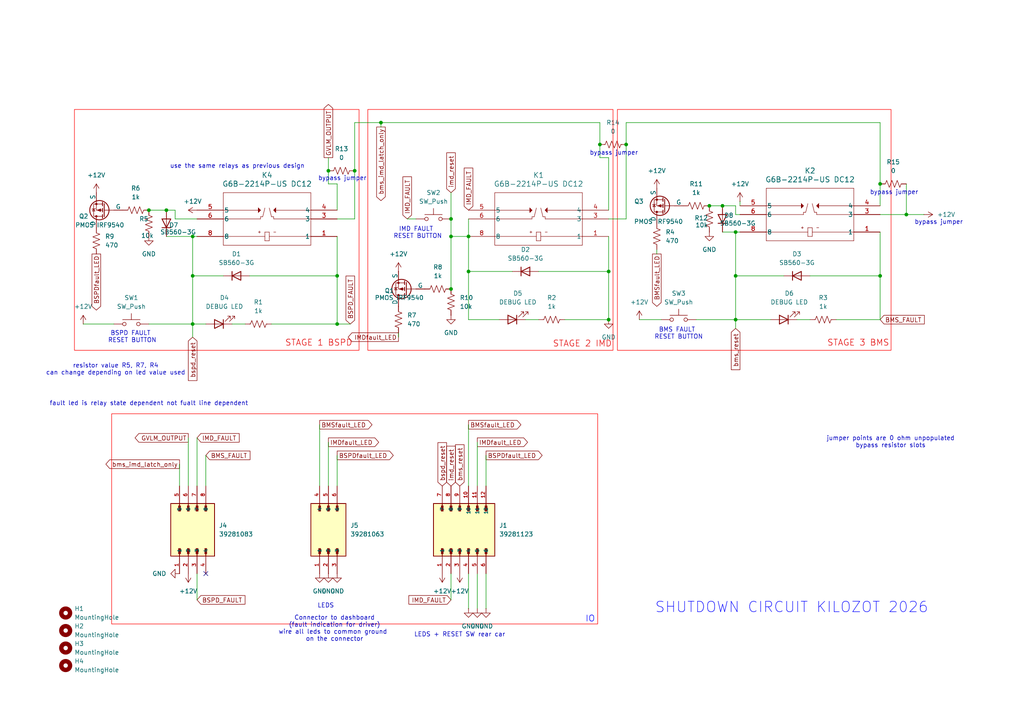
<source format=kicad_sch>
(kicad_sch (version 20250114) (generator "eeschema") (generator_version "9.0")
  (paper "A4")
  (lib_symbols
    (symbol "39281063:39281063" (pin_names (offset 1.016))
      (property "Reference" "J" (at -7.62 6.35 0))
      (property "Value" "39281063" (at -7.62 -7.62 0))
      (symbol "39281063_0_0"
        (polyline (pts (xy -7.62 2.54) (xy -5.715 2.54)) (stroke (width 0.254)))
        (polyline (pts (xy -7.62 0) (xy -5.715 0)) (stroke (width 0.254)))
        (polyline (pts (xy -7.62 -2.54) (xy -5.715 -2.54)) (stroke (width 0.254)))
        (rectangle (start -7.62 -5.08) (end 7.62 5.08) (stroke (width 0.254)) (fill (type background)))
        (rectangle (start -6.985 2.2225) (end -5.3975 2.8575) (stroke (width 0.1)) (fill (type outline)))
        (rectangle (start -6.985 -0.3175) (end -5.3975 0.3175) (stroke (width 0.1)) (fill (type outline)))
        (rectangle (start -6.985 -2.8575) (end -5.3975 -2.2225) (stroke (width 0.1)) (fill (type outline)))
        (rectangle (start 5.3975 2.2225) (end 6.985 2.8575) (stroke (width 0.1)) (fill (type outline)))
        (rectangle (start 5.3975 -0.3175) (end 6.985 0.3175) (stroke (width 0.1)) (fill (type outline)))
        (rectangle (start 5.3975 -2.8575) (end 6.985 -2.2225) (stroke (width 0.1)) (fill (type outline)))
        (polyline (pts (xy 7.62 2.54) (xy 5.715 2.54)) (stroke (width 0.254)))
        (polyline (pts (xy 7.62 0) (xy 5.715 0)) (stroke (width 0.254)))
        (polyline (pts (xy 7.62 -2.54) (xy 5.715 -2.54)) (stroke (width 0.254)))
        (pin passive line (at -12.7 2.54 0) (length 5.08) (name "1") (number "1"))
        (pin passive line (at -12.7 0 0) (length 5.08) (name "2") (number "2"))
        (pin passive line (at -12.7 -2.54 0) (length 5.08) (name "3") (number "3"))
        (pin passive line (at 12.7 2.54 180) (length 5.08) (name "4") (number "4"))
        (pin passive line (at 12.7 0 180) (length 5.08) (name "5") (number "5"))
        (pin passive line (at 12.7 -2.54 180) (length 5.08) (name "6") (number "6"))
      )
    )
    (symbol "39281083:39281083" (pin_names (offset 1.016))
      (property "Reference" "J" (at -7.62 6.35 0))
      (property "Value" "39281083" (at -7.62 -10.16 0))
      (symbol "39281083_0_0"
        (polyline (pts (xy -7.62 2.54) (xy -5.715 2.54)) (stroke (width 0.254)))
        (polyline (pts (xy -7.62 0) (xy -5.715 0)) (stroke (width 0.254)))
        (polyline (pts (xy -7.62 -2.54) (xy -5.715 -2.54)) (stroke (width 0.254)))
        (polyline (pts (xy -7.62 -5.08) (xy -5.715 -5.08)) (stroke (width 0.254)))
        (rectangle (start -7.62 -7.62) (end 7.62 5.08) (stroke (width 0.254)) (fill (type background)))
        (rectangle (start -6.985 2.2225) (end -5.3975 2.8575) (stroke (width 0.1)) (fill (type outline)))
        (rectangle (start -6.985 -0.3175) (end -5.3975 0.3175) (stroke (width 0.1)) (fill (type outline)))
        (rectangle (start -6.985 -2.8575) (end -5.3975 -2.2225) (stroke (width 0.1)) (fill (type outline)))
        (rectangle (start -6.985 -5.3975) (end -5.3975 -4.7625) (stroke (width 0.1)) (fill (type outline)))
        (rectangle (start 5.3975 2.2225) (end 6.985 2.8575) (stroke (width 0.1)) (fill (type outline)))
        (rectangle (start 5.3975 -0.3175) (end 6.985 0.3175) (stroke (width 0.1)) (fill (type outline)))
        (rectangle (start 5.3975 -2.8575) (end 6.985 -2.2225) (stroke (width 0.1)) (fill (type outline)))
        (rectangle (start 5.3975 -5.3975) (end 6.985 -4.7625) (stroke (width 0.1)) (fill (type outline)))
        (polyline (pts (xy 7.62 2.54) (xy 5.715 2.54)) (stroke (width 0.254)))
        (polyline (pts (xy 7.62 0) (xy 5.715 0)) (stroke (width 0.254)))
        (polyline (pts (xy 7.62 -2.54) (xy 5.715 -2.54)) (stroke (width 0.254)))
        (polyline (pts (xy 7.62 -5.08) (xy 5.715 -5.08)) (stroke (width 0.254)))
        (pin passive line (at -12.7 2.54 0) (length 5.08) (name "1") (number "1"))
        (pin passive line (at -12.7 0 0) (length 5.08) (name "2") (number "2"))
        (pin passive line (at -12.7 -2.54 0) (length 5.08) (name "3") (number "3"))
        (pin passive line (at -12.7 -5.08 0) (length 5.08) (name "4") (number "4"))
        (pin passive line (at 12.7 2.54 180) (length 5.08) (name "5") (number "5"))
        (pin passive line (at 12.7 0 180) (length 5.08) (name "6") (number "6"))
        (pin passive line (at 12.7 -2.54 180) (length 5.08) (name "7") (number "7"))
        (pin passive line (at 12.7 -5.08 180) (length 5.08) (name "8") (number "8"))
      )
    )
    (symbol "39281123:39281123" (pin_names (offset 1.016))
      (property "Reference" "J" (at -7.62 8.89 0))
      (property "Value" "39281123" (at -7.62 -12.7 0))
      (symbol "39281123_0_0"
        (polyline (pts (xy -7.62 5.08) (xy -5.715 5.08)) (stroke (width 0.254)))
        (polyline (pts (xy -7.62 2.54) (xy -5.715 2.54)) (stroke (width 0.254)))
        (polyline (pts (xy -7.62 0) (xy -5.715 0)) (stroke (width 0.254)))
        (polyline (pts (xy -7.62 -2.54) (xy -5.715 -2.54)) (stroke (width 0.254)))
        (polyline (pts (xy -7.62 -5.08) (xy -5.715 -5.08)) (stroke (width 0.254)))
        (polyline (pts (xy -7.62 -7.62) (xy -5.715 -7.62)) (stroke (width 0.254)))
        (rectangle (start -7.62 -10.16) (end 7.62 7.62) (stroke (width 0.254)) (fill (type background)))
        (rectangle (start -6.985 4.7625) (end -5.3975 5.3975) (stroke (width 0.1)) (fill (type outline)))
        (rectangle (start -6.985 2.2225) (end -5.3975 2.8575) (stroke (width 0.1)) (fill (type outline)))
        (rectangle (start -6.985 -0.3175) (end -5.3975 0.3175) (stroke (width 0.1)) (fill (type outline)))
        (rectangle (start -6.985 -2.8575) (end -5.3975 -2.2225) (stroke (width 0.1)) (fill (type outline)))
        (rectangle (start -6.985 -5.3975) (end -5.3975 -4.7625) (stroke (width 0.1)) (fill (type outline)))
        (rectangle (start -6.985 -7.9375) (end -5.3975 -7.3025) (stroke (width 0.1)) (fill (type outline)))
        (rectangle (start 5.3975 4.7625) (end 6.985 5.3975) (stroke (width 0.1)) (fill (type outline)))
        (rectangle (start 5.3975 2.2225) (end 6.985 2.8575) (stroke (width 0.1)) (fill (type outline)))
        (rectangle (start 5.3975 -0.3175) (end 6.985 0.3175) (stroke (width 0.1)) (fill (type outline)))
        (rectangle (start 5.3975 -2.8575) (end 6.985 -2.2225) (stroke (width 0.1)) (fill (type outline)))
        (rectangle (start 5.3975 -5.3975) (end 6.985 -4.7625) (stroke (width 0.1)) (fill (type outline)))
        (rectangle (start 5.3975 -7.9375) (end 6.985 -7.3025) (stroke (width 0.1)) (fill (type outline)))
        (polyline (pts (xy 7.62 5.08) (xy 5.715 5.08)) (stroke (width 0.254)))
        (polyline (pts (xy 7.62 2.54) (xy 5.715 2.54)) (stroke (width 0.254)))
        (polyline (pts (xy 7.62 0) (xy 5.715 0)) (stroke (width 0.254)))
        (polyline (pts (xy 7.62 -2.54) (xy 5.715 -2.54)) (stroke (width 0.254)))
        (polyline (pts (xy 7.62 -5.08) (xy 5.715 -5.08)) (stroke (width 0.254)))
        (polyline (pts (xy 7.62 -7.62) (xy 5.715 -7.62)) (stroke (width 0.254)))
        (pin passive line (at -12.7 5.08 0) (length 5.08) (name "1") (number "1"))
        (pin passive line (at -12.7 2.54 0) (length 5.08) (name "2") (number "2"))
        (pin passive line (at -12.7 0 0) (length 5.08) (name "3") (number "3"))
        (pin passive line (at -12.7 -2.54 0) (length 5.08) (name "4") (number "4"))
        (pin passive line (at -12.7 -5.08 0) (length 5.08) (name "5") (number "5"))
        (pin passive line (at -12.7 -7.62 0) (length 5.08) (name "6") (number "6"))
        (pin passive line (at 12.7 5.08 180) (length 5.08) (name "7") (number "7"))
        (pin passive line (at 12.7 2.54 180) (length 5.08) (name "8") (number "8"))
        (pin passive line (at 12.7 0 180) (length 5.08) (name "9") (number "9"))
        (pin passive line (at 12.7 -2.54 180) (length 5.08) (name "10") (number "10"))
        (pin passive line (at 12.7 -5.08 180) (length 5.08) (name "11") (number "11"))
        (pin passive line (at 12.7 -7.62 180) (length 5.08) (name "12") (number "12"))
      )
    )
    (symbol "Device:LED" (pin_numbers (hide yes)) (pin_names (offset 1.016) (hide yes))
      (property "Reference" "D" (at 0 2.54 0))
      (property "Value" "LED" (at 0 -2.54 0))
      (symbol "LED_0_1"
        (polyline (pts (xy -3.048 -0.762) (xy -4.572 -2.286) (xy -3.81 -2.286) (xy -4.572 -2.286) (xy -4.572 -1.524)))
        (polyline (pts (xy -1.778 -0.762) (xy -3.302 -2.286) (xy -2.54 -2.286) (xy -3.302 -2.286) (xy -3.302 -1.524)))
        (polyline (pts (xy -1.27 0) (xy 1.27 0)))
        (polyline (pts (xy -1.27 -1.27) (xy -1.27 1.27)) (stroke (width 0.254)))
        (polyline (pts (xy 1.27 -1.27) (xy 1.27 1.27) (xy -1.27 0) (xy 1.27 -1.27)) (stroke (width 0.254)))
      )
      (symbol "LED_1_1"
        (pin passive line (at -3.81 0 0) (length 2.54) (name "K") (number "1"))
        (pin passive line (at 3.81 0 180) (length 2.54) (name "A") (number "2"))
      )
    )
    (symbol "Device:R_US" (pin_numbers (hide yes)) (pin_names (offset 0))
      (property "Reference" "R" (at 2.54 0 90))
      (property "Value" "R_US" (at -2.54 0 90))
      (symbol "R_US_0_1"
        (polyline (pts (xy 0 2.286) (xy 0 2.54)))
        (polyline (pts (xy 0 2.286) (xy 1.016 1.905) (xy 0 1.524) (xy -1.016 1.143) (xy 0 0.762)))
        (polyline (pts (xy 0 0.762) (xy 1.016 0.381) (xy 0 0) (xy -1.016 -0.381) (xy 0 -0.762)))
        (polyline (pts (xy 0 -0.762) (xy 1.016 -1.143) (xy 0 -1.524) (xy -1.016 -1.905) (xy 0 -2.286)))
        (polyline (pts (xy 0 -2.286) (xy 0 -2.54)))
      )
      (symbol "R_US_1_1"
        (pin passive line (at 0 3.81 270) (length 1.27) (name "~") (number "1"))
        (pin passive line (at 0 -3.81 90) (length 1.27) (name "~") (number "2"))
      )
    )
    (symbol "Diode:1N4148WT" (pin_numbers (hide yes)) (pin_names (hide yes))
      (property "Reference" "D" (at 0 2.54 0))
      (property "Value" "1N4148WT" (at 0 -2.54 0))
      (symbol "1N4148WT_0_1"
        (polyline (pts (xy -1.27 1.27) (xy -1.27 -1.27)) (stroke (width 0.254)))
        (polyline (pts (xy 1.27 1.27) (xy 1.27 -1.27) (xy -1.27 0) (xy 1.27 1.27)) (stroke (width 0.254)))
        (polyline (pts (xy 1.27 0) (xy -1.27 0)))
      )
      (symbol "1N4148WT_1_1"
        (pin passive line (at -3.81 0 0) (length 2.54) (name "K") (number "1"))
        (pin passive line (at 3.81 0 180) (length 2.54) (name "A") (number "2"))
      )
    )
    (symbol "Mechanical:MountingHole" (pin_names (offset 1.016)) (in_bom no)
      (property "Reference" "H" (at 0 5.08 0))
      (property "Value" "MountingHole" (at 0 3.175 0))
      (symbol "MountingHole_0_1"
        (circle (center 0 0) (radius 1.27) (stroke (width 1.27)))
      )
    )
    (symbol "PMOS_1" (pin_numbers (hide yes)) (pin_names (offset 0))
      (property "Reference" "Q1" (at 6.35 -1.2701 0))
      (property "Value" "PMOS" (at 6.35 1.2699 0))
      (symbol "PMOS_1_0_1"
        (polyline (pts (xy 0.254 1.905) (xy 0.254 -1.905)) (stroke (width 0.254)))
        (polyline (pts (xy 0.254 0) (xy -2.54 0)))
        (polyline (pts (xy 0.762 2.286) (xy 0.762 1.27)) (stroke (width 0.254)))
        (polyline (pts (xy 0.762 1.778) (xy 3.302 1.778) (xy 3.302 -1.778) (xy 0.762 -1.778)))
        (polyline (pts (xy 0.762 0.508) (xy 0.762 -0.508)) (stroke (width 0.254)))
        (polyline (pts (xy 0.762 -1.27) (xy 0.762 -2.286)) (stroke (width 0.254)))
        (circle (center 1.651 0) (radius 2.794) (stroke (width 0.254)))
        (polyline (pts (xy 2.286 0) (xy 1.27 0.381) (xy 1.27 -0.381) (xy 2.286 0)) (fill (type outline)))
        (polyline (pts (xy 2.54 2.54) (xy 2.54 1.778)))
        (circle (center 2.54 1.778) (radius 0.254) (fill (type outline)))
        (circle (center 2.54 -1.778) (radius 0.254) (fill (type outline)))
        (polyline (pts (xy 2.54 -2.54) (xy 2.54 0) (xy 0.762 0)))
        (polyline (pts (xy 2.794 -0.508) (xy 2.921 -0.381) (xy 3.683 -0.381) (xy 3.81 -0.254)))
        (polyline (pts (xy 3.302 -0.381) (xy 2.921 0.254) (xy 3.683 0.254) (xy 3.302 -0.381)))
      )
      (symbol "PMOS_1_1_1"
        (pin input line (at -5.08 0 0) (length 2.54) (name "G") (number "1"))
        (pin passive line (at 2.54 5.08 270) (length 2.54) (name "D") (number "2"))
        (pin passive line (at 2.54 -5.08 90) (length 2.54) (name "S") (number "3"))
      )
    )
    (symbol "PMOS_2" (pin_numbers (hide yes)) (pin_names (offset 0))
      (property "Reference" "Q3" (at 6.35 -1.2701 0))
      (property "Value" "PMOS" (at 6.35 1.2699 0))
      (symbol "PMOS_2_0_1"
        (polyline (pts (xy 0.254 1.905) (xy 0.254 -1.905)) (stroke (width 0.254)))
        (polyline (pts (xy 0.254 0) (xy -2.54 0)))
        (polyline (pts (xy 0.762 2.286) (xy 0.762 1.27)) (stroke (width 0.254)))
        (polyline (pts (xy 0.762 1.778) (xy 3.302 1.778) (xy 3.302 -1.778) (xy 0.762 -1.778)))
        (polyline (pts (xy 0.762 0.508) (xy 0.762 -0.508)) (stroke (width 0.254)))
        (polyline (pts (xy 0.762 -1.27) (xy 0.762 -2.286)) (stroke (width 0.254)))
        (circle (center 1.651 0) (radius 2.794) (stroke (width 0.254)))
        (polyline (pts (xy 2.286 0) (xy 1.27 0.381) (xy 1.27 -0.381) (xy 2.286 0)) (fill (type outline)))
        (polyline (pts (xy 2.54 2.54) (xy 2.54 1.778)))
        (circle (center 2.54 1.778) (radius 0.254) (fill (type outline)))
        (circle (center 2.54 -1.778) (radius 0.254) (fill (type outline)))
        (polyline (pts (xy 2.54 -2.54) (xy 2.54 0) (xy 0.762 0)))
        (polyline (pts (xy 2.794 -0.508) (xy 2.921 -0.381) (xy 3.683 -0.381) (xy 3.81 -0.254)))
        (polyline (pts (xy 3.302 -0.381) (xy 2.921 0.254) (xy 3.683 0.254) (xy 3.302 -0.381)))
      )
      (symbol "PMOS_2_1_1"
        (pin input line (at -5.08 0 0) (length 2.54) (name "G") (number "1"))
        (pin passive line (at 2.54 5.08 270) (length 2.54) (name "D") (number "2"))
        (pin passive line (at 2.54 -5.08 90) (length 2.54) (name "S") (number "3"))
      )
    )
    (symbol "Switch:SW_Push" (pin_numbers (hide yes)) (pin_names (offset 1.016) (hide yes))
      (property "Reference" "SW" (at 1.27 2.54 0))
      (property "Value" "SW_Push" (at 0 -1.524 0))
      (symbol "SW_Push_0_1"
        (circle (center -2.032 0) (radius 0.508))
        (polyline (pts (xy 0 1.27) (xy 0 3.048)))
        (circle (center 2.032 0) (radius 0.508))
        (polyline (pts (xy 2.54 1.27) (xy -2.54 1.27)))
        (pin passive line (at -5.08 0 0) (length 2.54) (name "1") (number "1"))
        (pin passive line (at 5.08 0 180) (length 2.54) (name "2") (number "2"))
      )
    )
    (symbol "power:+12V" (power) (pin_numbers (hide yes)) (pin_names (offset 0) (hide yes))
      (property "Value" "+12V" (at 0 3.556 0))
      (symbol "+12V_0_1"
        (polyline (pts (xy -0.762 1.27) (xy 0 2.54)))
        (polyline (pts (xy 0 2.54) (xy 0.762 1.27)))
        (polyline (pts (xy 0 0) (xy 0 2.54)))
      )
      (symbol "+12V_1_1"
        (pin power_in line (at 0 0 90) (length 0) (name "~") (number "1"))
      )
    )
    (symbol "power:GND" (power) (pin_numbers (hide yes)) (pin_names (offset 0) (hide yes))
      (property "Value" "GND" (at 0 -3.81 0))
      (symbol "GND_0_1"
        (polyline (pts (xy 0 0) (xy 0 -1.27) (xy 1.27 -1.27) (xy 0 -2.54) (xy -1.27 -1.27) (xy 0 -1.27)))
      )
      (symbol "GND_1_1"
        (pin power_in line (at 0 0 270) (length 0) (name "~") (number "1"))
      )
    )
    (symbol "relay g6b:G6B-2214P-US_DC12" (pin_names (offset 0.254))
      (property "Reference" "K" (at 20.32 7.62 0))
      (property "Value" "G6B-2214P-US DC12" (at 20.32 5.08 0))
      (symbol "G6B-2214P-US_DC12_0_1"
        (polyline (pts (xy 7.62 2.54) (xy 7.62 -12.7)) (stroke (width 0.127)))
        (polyline (pts (xy 7.62 0) (xy 19.685 0)) (stroke (width 0.127)))
        (polyline (pts (xy 7.62 -7.62) (xy 17.78 -7.62)) (stroke (width 0.127)))
        (polyline (pts (xy 7.62 -12.7) (xy 33.02 -12.7)) (stroke (width 0.127)))
        (polyline (pts (xy 17.78 -1.27) (xy 18.415 -1.27)) (stroke (width 0.127)))
        (polyline (pts (xy 17.78 -6.985) (xy 17.78 -8.255)) (stroke (width 0.127)))
        (polyline (pts (xy 17.78 -6.985) (xy 18.415 -7.62) (xy 17.78 -8.255)) (fill (type outline)))
        (polyline (pts (xy 17.78 -8.255) (xy 18.415 -7.62)) (stroke (width 0.127)))
        (polyline (pts (xy 18.415 -5.08) (xy 7.62 -5.08)) (stroke (width 0.127)))
        (polyline (pts (xy 18.415 -5.715) (xy 18.415 -5.08)) (stroke (width 0.127)))
        (polyline (pts (xy 18.415 -5.715) (xy 19.05 -5.715)) (stroke (width 0.127)))
        (polyline (pts (xy 18.415 -7.62) (xy 17.78 -6.985)) (stroke (width 0.127)))
        (polyline (pts (xy 19.685 1.27) (xy 19.685 -1.27)) (stroke (width 0.127)))
        (polyline (pts (xy 19.685 1.27) (xy 20.955 1.27)) (stroke (width 0.127)))
        (polyline (pts (xy 19.685 -1.27) (xy 20.955 -1.27)) (stroke (width 0.127)))
        (polyline (pts (xy 19.685 -8.255) (xy 19.05 -5.715)) (stroke (width 0.127)))
        (polyline (pts (xy 20.955 1.27) (xy 20.955 -1.27)) (stroke (width 0.127)))
        (polyline (pts (xy 20.955 0) (xy 33.02 0)) (stroke (width 0.127)))
        (polyline (pts (xy 20.955 -8.255) (xy 21.59 -5.715)) (stroke (width 0.127)))
        (polyline (pts (xy 21.59 -5.715) (xy 22.225 -5.715)) (stroke (width 0.127)))
        (polyline (pts (xy 22.225 -1.27) (xy 22.86 -1.27)) (stroke (width 0.127)))
        (polyline (pts (xy 22.225 -5.08) (xy 33.02 -5.08)) (stroke (width 0.127)))
        (polyline (pts (xy 22.225 -5.715) (xy 22.225 -5.08)) (stroke (width 0.127)))
        (polyline (pts (xy 22.225 -7.62) (xy 22.86 -6.985)) (stroke (width 0.127)))
        (polyline (pts (xy 22.225 -7.62) (xy 22.86 -8.255)) (stroke (width 0.127)))
        (polyline (pts (xy 22.5425 -1.5875) (xy 22.5425 -0.9525)) (stroke (width 0.127)))
        (polyline (pts (xy 22.86 -6.985) (xy 22.86 -8.255)) (stroke (width 0.127)))
        (polyline (pts (xy 22.86 -7.62) (xy 33.02 -7.62)) (stroke (width 0.127)))
        (polyline (pts (xy 22.86 -8.255) (xy 22.86 -6.985) (xy 22.225 -7.62)) (fill (type outline)))
        (polyline (pts (xy 33.02 2.54) (xy 7.62 2.54)) (stroke (width 0.127)))
        (polyline (pts (xy 33.02 -12.7) (xy 33.02 2.54)) (stroke (width 0.127)))
        (pin unspecified line (at 0 0 0) (length 7.62) (name "1") (number "1"))
        (pin unspecified line (at 0 -5.08 0) (length 7.62) (name "3") (number "3"))
        (pin unspecified line (at 0 -7.62 0) (length 7.62) (name "4") (number "4"))
        (pin unspecified line (at 40.64 0 180) (length 7.62) (name "8") (number "8"))
        (pin unspecified line (at 40.64 -5.08 180) (length 7.62) (name "6") (number "6"))
        (pin unspecified line (at 40.64 -7.62 180) (length 7.62) (name "5") (number "5"))
      )
    )
  )
  (text "Connector to dashboard\n(fault indication for driver)\nwire all leds to common ground \non the connector" (at 97.028 182.372 0) (effects (font (size 1.27 1.27))))
  (text "BSPD FAULT \nRESET BUTTON" (at 38.354 97.79 0) (effects (font (size 1.27 1.27))))
  (text "bypass jumper" (at 99.314 51.816 0) (effects (font (size 1.27 1.27))))
  (text "fault led is relay state dependent not fualt line dependent" (at 43.18 117.094 0) (effects (font (size 1.27 1.27))))
  (text "STAGE 1 BSPD" (at 92.456 99.568 0) (effects (font (size 1.778 1.778))))
  (text "jumper points are 0 ohm unpopulated\nbypass resistor slots" (at 258.318 128.27 0) (effects (font (size 1.27 1.27))))
  (text "IO" (at 171.196 179.578 0) (effects (font (size 1.778 1.778))))
  (text "resistor value R5, R7, R4 \ncan change depending on led value used " (at 34.036 107.188 0) (effects (font (size 1.27 1.27))))
  (text "bypass jumper" (at 272.288 64.516 0) (effects (font (size 1.27 1.27))))
  (text "SHUTDOWN CIRCUIT KILOZOT 2026" (at 229.616 176.276 0) (effects (font (size 3.048 3.048))))
  (text "use the same relays as previous design" (at 68.834 48.26 0) (effects (font (size 1.27 1.27))))
  (text "bypass jumper" (at 178.054 44.45 0) (effects (font (size 1.27 1.27))))
  (text "IMD FAULT \nRESET BUTTON" (at 121.158 67.564 0) (effects (font (size 1.27 1.27))))
  (text "bypass jumper" (at 259.334 55.88 0) (effects (font (size 1.27 1.27))))
  (text "LEDS" (at 94.488 175.768 0) (effects (font (size 1.27 1.27))))
  (text "STAGE 3 BMS" (at 248.92 99.568 0) (effects (font (size 1.778 1.778))))
  (text "STAGE 2 IMD" (at 168.91 99.822 0) (effects (font (size 1.778 1.778))))
  (text "LEDS + RESET SW rear car" (at 133.35 184.15 0) (effects (font (size 1.27 1.27))))
  (text "BMS FAULT \nRESET BUTTON" (at 196.85 96.774 0) (effects (font (size 1.27 1.27))))
  (junction (at 173.99 41.91))
  (junction (at 213.36 67.31))
  (junction (at 130.81 68.58))
  (junction (at 255.27 53.34))
  (junction (at 262.89 62.23))
  (junction (at 55.88 93.98))
  (junction (at 135.89 78.74))
  (junction (at 97.79 80.01))
  (junction (at 130.81 63.5))
  (junction (at 55.88 80.01))
  (junction (at 181.61 41.91))
  (junction (at 209.55 59.69))
  (junction (at 55.88 68.58))
  (junction (at 97.79 93.98))
  (junction (at 176.53 78.74))
  (junction (at 130.81 83.82))
  (junction (at 176.53 92.71))
  (junction (at 213.36 80.01))
  (junction (at 102.87 49.53))
  (junction (at 135.89 68.58))
  (junction (at 95.25 49.53))
  (junction (at 48.26 60.96))
  (junction (at 255.27 80.01))
  (junction (at 110.49 35.56))
  (junction (at 43.18 60.96))
  (junction (at 205.74 59.69))
  (junction (at 213.36 92.71))
  (no_connect (at 59.69 166.37))
  (wire (pts (xy 255.27 92.71) (xy 242.57 92.71)))
  (wire (pts (xy 55.88 68.58) (xy 57.15 68.58)))
  (wire (pts (xy 54.61 127) (xy 54.61 140.97)))
  (wire (pts (xy 255.27 35.56) (xy 255.27 53.34)))
  (wire (pts (xy 135.89 78.74) (xy 148.59 78.74)))
  (wire (pts (xy 213.36 95.25) (xy 213.36 92.71)))
  (wire (pts (xy 135.89 78.74) (xy 135.89 92.71)))
  (wire (pts (xy 57.15 127) (xy 57.15 140.97)))
  (wire (pts (xy 130.81 68.58) (xy 135.89 68.58)))
  (wire (pts (xy 181.61 41.91) (xy 181.61 63.5)))
  (wire (pts (xy 140.97 176.53) (xy 140.97 166.37)))
  (wire (pts (xy 214.63 62.23) (xy 213.36 62.23)))
  (wire (pts (xy 214.63 59.69) (xy 214.63 58.42)))
  (wire (pts (xy 152.4 92.71) (xy 156.21 92.71)))
  (wire (pts (xy 205.74 59.69) (xy 209.55 59.69)))
  (wire (pts (xy 92.71 123.19) (xy 92.71 140.97)))
  (wire (pts (xy 176.53 45.72) (xy 176.53 60.96)))
  (wire (pts (xy 173.99 41.91) (xy 173.99 45.72)))
  (wire (pts (xy 138.43 128.27) (xy 138.43 140.97)))
  (wire (pts (xy 213.36 62.23) (xy 213.36 59.69)))
  (wire (pts (xy 255.27 80.01) (xy 255.27 92.71)))
  (wire (pts (xy 140.97 132.08) (xy 140.97 140.97)))
  (wire (pts (xy 176.53 78.74) (xy 176.53 92.71)))
  (wire (pts (xy 110.49 35.56) (xy 173.99 35.56)))
  (wire (pts (xy 138.43 176.53) (xy 138.43 166.37)))
  (wire (pts (xy 43.18 93.98) (xy 55.88 93.98)))
  (wire (pts (xy 43.18 60.96) (xy 48.26 60.96)))
  (wire (pts (xy 78.74 93.98) (xy 97.79 93.98)))
  (wire (pts (xy 110.49 36.83) (xy 110.49 35.56)))
  (wire (pts (xy 52.07 134.62) (xy 52.07 140.97)))
  (wire (pts (xy 262.89 62.23) (xy 255.27 62.23)))
  (wire (pts (xy 255.27 67.31) (xy 255.27 80.01)))
  (wire (pts (xy 130.81 68.58) (xy 130.81 83.82)))
  (wire (pts (xy 102.87 35.56) (xy 110.49 35.56)))
  (wire (pts (xy 173.99 35.56) (xy 173.99 41.91)))
  (wire (pts (xy 213.36 80.01) (xy 227.33 80.01)))
  (wire (pts (xy 97.79 80.01) (xy 97.79 93.98)))
  (wire (pts (xy 135.89 176.53) (xy 135.89 166.37)))
  (wire (pts (xy 97.79 68.58) (xy 97.79 80.01)))
  (wire (pts (xy 214.63 67.31) (xy 213.36 67.31)))
  (wire (pts (xy 209.55 67.31) (xy 213.36 67.31)))
  (wire (pts (xy 97.79 63.5) (xy 102.87 63.5)))
  (wire (pts (xy 59.69 132.08) (xy 59.69 140.97)))
  (wire (pts (xy 156.21 78.74) (xy 176.53 78.74)))
  (wire (pts (xy 95.25 128.27) (xy 95.25 140.97)))
  (wire (pts (xy 135.89 68.58) (xy 135.89 78.74)))
  (wire (pts (xy 190.5 73.66) (xy 190.5 72.39)))
  (wire (pts (xy 97.79 132.08) (xy 97.79 140.97)))
  (wire (pts (xy 55.88 80.01) (xy 55.88 93.98)))
  (wire (pts (xy 130.81 55.88) (xy 130.81 63.5)))
  (wire (pts (xy 213.36 92.71) (xy 223.52 92.71)))
  (wire (pts (xy 201.93 92.71) (xy 213.36 92.71)))
  (wire (pts (xy 185.42 92.71) (xy 191.77 92.71)))
  (wire (pts (xy 97.79 53.34) (xy 97.79 60.96)))
  (wire (pts (xy 135.89 123.19) (xy 135.89 140.97)))
  (wire (pts (xy 55.88 93.98) (xy 55.88 97.79)))
  (wire (pts (xy 24.13 93.98) (xy 33.02 93.98)))
  (wire (pts (xy 118.11 63.5) (xy 120.65 63.5)))
  (wire (pts (xy 209.55 59.69) (xy 213.36 59.69)))
  (wire (pts (xy 130.81 63.5) (xy 130.81 68.58)))
  (wire (pts (xy 102.87 49.53) (xy 102.87 63.5)))
  (wire (pts (xy 181.61 35.56) (xy 181.61 41.91)))
  (wire (pts (xy 262.89 53.34) (xy 262.89 62.23)))
  (wire (pts (xy 72.39 80.01) (xy 97.79 80.01)))
  (wire (pts (xy 67.31 93.98) (xy 71.12 93.98)))
  (wire (pts (xy 97.79 93.98) (xy 101.6 93.98)))
  (wire (pts (xy 135.89 63.5) (xy 135.89 68.58)))
  (wire (pts (xy 234.95 80.01) (xy 255.27 80.01)))
  (wire (pts (xy 231.14 92.71) (xy 234.95 92.71)))
  (wire (pts (xy 95.25 53.34) (xy 97.79 53.34)))
  (wire (pts (xy 95.25 45.72) (xy 95.25 49.53)))
  (wire (pts (xy 115.57 97.79) (xy 115.57 96.52)))
  (wire (pts (xy 55.88 80.01) (xy 64.77 80.01)))
  (wire (pts (xy 213.36 92.71) (xy 213.36 80.01)))
  (wire (pts (xy 55.88 93.98) (xy 59.69 93.98)))
  (wire (pts (xy 102.87 35.56) (xy 102.87 49.53)))
  (wire (pts (xy 130.81 173.99) (xy 130.81 166.37)))
  (wire (pts (xy 50.8 63.5) (xy 50.8 60.96)))
  (wire (pts (xy 181.61 35.56) (xy 255.27 35.56)))
  (wire (pts (xy 48.26 68.58) (xy 55.88 68.58)))
  (wire (pts (xy 50.8 63.5) (xy 57.15 63.5)))
  (wire (pts (xy 176.53 68.58) (xy 176.53 78.74)))
  (wire (pts (xy 213.36 80.01) (xy 213.36 67.31)))
  (wire (pts (xy 267.97 62.23) (xy 262.89 62.23)))
  (wire (pts (xy 57.15 173.99) (xy 57.15 166.37)))
  (wire (pts (xy 255.27 53.34) (xy 255.27 59.69)))
  (wire (pts (xy 95.25 49.53) (xy 95.25 53.34)))
  (wire (pts (xy 135.89 92.71) (xy 144.78 92.71)))
  (wire (pts (xy 55.88 68.58) (xy 55.88 80.01)))
  (wire (pts (xy 176.53 45.72) (xy 173.99 45.72)))
  (wire (pts (xy 48.26 60.96) (xy 50.8 60.96)))
  (wire (pts (xy 163.83 92.71) (xy 176.53 92.71)))
  (wire (pts (xy 181.61 63.5) (xy 176.53 63.5)))
  (global_label "IMD_FAULT" (shape input) (at 135.89 60.96 90) (property "Intersheetrefs" "${INTERSHEET_REFS}" (effects (hide yes))))
  (global_label "BMS_FAULT" (shape input) (at 255.27 92.71 0) (property "Intersheetrefs" "${INTERSHEET_REFS}" (effects (hide yes))))
  (global_label "imd_reset" (shape input) (at 130.81 55.88 90) (property "Intersheetrefs" "${INTERSHEET_REFS}" (effects (hide yes))))
  (global_label "BSPDfault_LED" (shape output) (at 140.97 132.08 0) (property "Intersheetrefs" "${INTERSHEET_REFS}" (effects (hide yes))))
  (global_label "bspd_reset" (shape input) (at 128.27 140.97 90) (property "Intersheetrefs" "${INTERSHEET_REFS}" (effects (hide yes))))
  (global_label "bms_reset" (shape input) (at 213.36 95.25 270) (property "Intersheetrefs" "${INTERSHEET_REFS}" (effects (hide yes))))
  (global_label "IMDfault_LED" (shape output) (at 115.57 97.79 180) (property "Intersheetrefs" "${INTERSHEET_REFS}" (effects (hide yes))))
  (global_label "IMDfault_LED" (shape output) (at 95.25 128.27 0) (property "Intersheetrefs" "${INTERSHEET_REFS}" (effects (hide yes))))
  (global_label "GVLM_OUTPUT" (shape output) (at 54.61 127 180) (property "Intersheetrefs" "${INTERSHEET_REFS}" (effects (hide yes))))
  (global_label "bms_imd_latch_only" (shape output) (at 110.49 36.83 270) (property "Intersheetrefs" "${INTERSHEET_REFS}" (effects (hide yes))))
  (global_label "BSPD_FAULT" (shape input) (at 57.15 173.99 0) (property "Intersheetrefs" "${INTERSHEET_REFS}" (effects (hide yes))))
  (global_label "BSPD_FAULT" (shape input) (at 101.6 93.98 90) (property "Intersheetrefs" "${INTERSHEET_REFS}" (effects (hide yes))))
  (global_label "IMD_FAULT" (shape input) (at 118.11 63.5 90) (property "Intersheetrefs" "${INTERSHEET_REFS}" (effects (hide yes))))
  (global_label "bspd_reset" (shape input) (at 55.88 97.79 270) (property "Intersheetrefs" "${INTERSHEET_REFS}" (effects (hide yes))))
  (global_label "BSPDfault_LED" (shape output) (at 97.79 132.08 0) (property "Intersheetrefs" "${INTERSHEET_REFS}" (effects (hide yes))))
  (global_label "GVLM_OUTPUT" (shape output) (at 95.25 45.72 90) (property "Intersheetrefs" "${INTERSHEET_REFS}" (effects (hide yes))))
  (global_label "BMS_FAULT" (shape input) (at 59.69 132.08 0) (property "Intersheetrefs" "${INTERSHEET_REFS}" (effects (hide yes))))
  (global_label "BSPDfault_LED" (shape output) (at 27.94 73.66 270) (property "Intersheetrefs" "${INTERSHEET_REFS}" (effects (hide yes))))
  (global_label "imd_reset" (shape input) (at 130.81 140.97 90) (property "Intersheetrefs" "${INTERSHEET_REFS}" (effects (hide yes))))
  (global_label "bms_reset" (shape input) (at 133.35 140.97 90) (property "Intersheetrefs" "${INTERSHEET_REFS}" (effects (hide yes))))
  (global_label "BMSfault_LED" (shape output) (at 190.5 73.66 270) (property "Intersheetrefs" "${INTERSHEET_REFS}" (effects (hide yes))))
  (global_label "BMSfault_LED" (shape output) (at 135.89 123.19 0) (property "Intersheetrefs" "${INTERSHEET_REFS}" (effects (hide yes))))
  (global_label "bms_imd_latch_only" (shape output) (at 52.07 134.62 180) (property "Intersheetrefs" "${INTERSHEET_REFS}" (effects (hide yes))))
  (global_label "BMSfault_LED" (shape output) (at 92.71 123.19 0) (property "Intersheetrefs" "${INTERSHEET_REFS}" (effects (hide yes))))
  (global_label "IMDfault_LED" (shape output) (at 138.43 128.27 0) (property "Intersheetrefs" "${INTERSHEET_REFS}" (effects (hide yes))))
  (global_label "IMD_FAULT" (shape input) (at 57.15 127 0) (property "Intersheetrefs" "${INTERSHEET_REFS}" (effects (hide yes))))
  (global_label "IMD_FAULT" (shape input) (at 130.81 173.99 180) (property "Intersheetrefs" "${INTERSHEET_REFS}" (effects (hide yes))))
  (rule_area (polyline (pts (xy 106.68 31.75) (xy 106.68 101.6) (xy 177.8 101.6) (xy 177.8 31.75))))
  (rule_area (polyline (pts (xy 32.385 180.975) (xy 173.355 180.975) (xy 173.355 120.015) (xy 32.385 120.015))))
  (rule_area (polyline (pts (xy 21.59 31.75) (xy 21.59 101.6) (xy 104.14 101.6) (xy 104.14 31.75))))
  (rule_area (polyline (pts (xy 179.07 31.75) (xy 179.07 101.6) (xy 258.445 101.6) (xy 258.445 31.75))))
  (symbol (lib_id "power:+12V") (at 214.63 58.42 0) (unit 1)
    (property "Reference" "#PWR06" (effects (hide yes)))
    (property "Value" "+12V" (at 214.63 53.34 0))
    (property "Description" "Power symbol creates a global label with name \"+12V\"" (effects (hide yes)))
  )
  (symbol (lib_id "Device:R_US") (at 201.93 59.69 90) (unit 1)
    (property "Reference" "R11" (at 201.93 53.34 90))
    (property "Value" "1k" (at 201.93 55.88 90))
    (property "Footprint" "Resistor_THT:R_Axial_DIN0207_L6.3mm_D2.5mm_P10.16mm_Horizontal" (effects (hide yes)))
    (property "Description" "Resistor, US symbol" (effects (hide yes)))
  )
  (symbol (lib_id "power:+12V") (at 27.94 55.88 0) (unit 1)
    (property "Reference" "#PWR09" (effects (hide yes)))
    (property "Value" "+12V" (at 27.94 50.8 0))
    (property "Description" "Power symbol creates a global label with name \"+12V\"" (effects (hide yes)))
  )
  (symbol (lib_id "power:+12V") (at 24.13 93.98 0) (unit 1)
    (property "Reference" "#PWR02" (effects (hide yes)))
    (property "Value" "+12V" (at 24.13 88.9 0))
    (property "Description" "Power symbol creates a global label with name \"+12V\"" (effects (hide yes)))
  )
  (symbol (lib_id "power:+12V") (at 57.15 60.96 90) (unit 1)
    (property "Reference" "#PWR01" (effects (hide yes)))
    (property "Value" "+12V" (at 55.88 58.42 90))
    (property "Description" "Power symbol creates a global label with name \"+12V\"" (effects (hide yes)))
  )
  (symbol (lib_id "Device:R_US") (at 205.74 63.5 0) (unit 1)
    (property "Reference" "R12" (at 201.422 63.246 0) (effects (justify left)))
    (property "Value" "10k" (at 201.676 65.278 0) (effects (justify left)))
    (property "Footprint" "Resistor_THT:R_Axial_DIN0207_L6.3mm_D2.5mm_P10.16mm_Horizontal" (effects (hide yes)))
    (property "Description" "Resistor, US symbol" (effects (hide yes)))
  )
  (symbol (lib_id "Diode:1N4148WT") (at 152.4 78.74 0) (unit 1)
    (property "Reference" "D2" (at 152.4 72.39 0))
    (property "Value" "SB560-3G" (at 152.4 74.93 0))
    (property "Footprint" "Diode_THT:D_DO-201_P15.24mm_Horizontal" (effects (hide yes)))
    (property "Datasheet" "https://diotec.com/request/datasheet/sb560-3g.pdf" (effects (hide yes)))
    (property "Description" "75V 0.15A Fast switching Diode, SOD-523" (effects (hide yes)))
    (property "Sim.Device" "D" (effects (hide yes)))
    (property "Sim.Pins" "1=K 2=A" (effects (hide yes)))
  )
  (symbol (lib_id "Device:R_US") (at 177.8 41.91 90) (unit 1)
    (property "Reference" "R14" (at 177.8 35.56 90))
    (property "Value" "0" (at 177.8 38.1 90))
    (property "Footprint" "Resistor_THT:R_Axial_DIN0207_L6.3mm_D2.5mm_P10.16mm_Horizontal" (effects (hide yes)))
    (property "Description" "Resistor, US symbol" (effects (hide yes)))
  )
  (symbol (lib_id "Device:LED") (at 227.33 92.71 180) (unit 1)
    (property "Reference" "D6" (at 228.9175 85.09 0))
    (property "Value" "DEBUG LED" (at 228.9175 87.63 0))
    (property "Footprint" "LED_THT:LED_D5.0mm" (effects (hide yes)))
    (property "Description" "Light emitting diode" (effects (hide yes)))
    (property "Sim.Pins" "1=K 2=A" (effects (hide yes)))
  )
  (symbol (lib_id "39281083:39281083") (at 54.61 153.67 90) (unit 1)
    (property "Reference" "J4" (at 63.5 152.3999 90) (effects (justify right)))
    (property "Value" "39281083" (at 63.5 154.9399 90) (effects (justify right)))
    (property "Footprint" "1MyCustomLibrary:MOLEX_39281083" (effects (hide yes)))
    (property "MF" "Molex" (effects (hide yes)))
    (property "MAXIMUM_PACKAGE_HEIGHT" "12.80mm" (effects (hide yes)))
    (property "Package" "None" (effects (hide yes)))
    (property "Price" "None" (effects (hide yes)))
    (property "Check_prices" "https://www.snapeda.com/parts/39-28-1083/Molex/view-part/?ref=eda" (effects (hide yes)))
    (property "STANDARD" "Manufacturer Recommendations" (effects (hide yes)))
    (property "PARTREV" "M4" (effects (hide yes)))
    (property "SnapEDA_Link" "https://www.snapeda.com/parts/39-28-1083/Molex/view-part/?ref=snap" (effects (hide yes)))
    (property "MP" "39-28-1083" (effects (hide yes)))
    (property "Purchase-URL" "https://www.snapeda.com/api/url_track_click_mouser/?unipart_id=353158&manufacturer=Molex&part_name=39-28-1083&search_term=None" (effects (hide yes)))
    (property "Description_1" "VERTICAL HEADER ASSEMBLIES-TIN PLATD 94V-2 8 CIRCUITS | Molex Incorporated 39-28-1083" (effects (hide yes)))
    (property "Availability" "In Stock" (effects (hide yes)))
    (property "MANUFACTURER" "Molex" (effects (hide yes)))
  )
  (symbol (lib_id "39281123:39281123") (at 133.35 153.67 90) (unit 1)
    (property "Reference" "J1" (at 144.78 152.3999 90) (effects (justify right)))
    (property "Value" "39281123" (at 144.78 154.9399 90) (effects (justify right)))
    (property "Footprint" "1MyCustomLibrary:MOLEX_39281123" (effects (hide yes)))
    (property "MF" "Molex" (effects (hide yes)))
    (property "MAXIMUM_PACKAGE_HEIGHT" "12.80mm" (effects (hide yes)))
    (property "Package" "None" (effects (hide yes)))
    (property "Price" "None" (effects (hide yes)))
    (property "Check_prices" "https://www.snapeda.com/parts/39-28-1123/Molex/view-part/?ref=eda" (effects (hide yes)))
    (property "STANDARD" "Manufacturer Recommendations" (effects (hide yes)))
    (property "PARTREV" "M4" (effects (hide yes)))
    (property "SnapEDA_Link" "https://www.snapeda.com/parts/39-28-1123/Molex/view-part/?ref=snap" (effects (hide yes)))
    (property "MP" "39-28-1123" (effects (hide yes)))
    (property "Purchase-URL" "https://www.snapeda.com/api/url_track_click_mouser/?unipart_id=850031&manufacturer=Molex&part_name=39-28-1123&search_term=None" (effects (hide yes)))
    (property "Description_1" "VERTICAL HEADER ASSEMBLIES-TIN PLATD 94V-2 1 CIRCUITS | Molex Incorporated 39-28-1123" (effects (hide yes)))
    (property "Availability" "In Stock" (effects (hide yes)))
    (property "MANUFACTURER" "Molex" (effects (hide yes)))
  )
  (symbol (lib_id "Device:R_US") (at 238.76 92.71 90) (unit 1)
    (property "Reference" "R3" (at 238.76 86.36 90))
    (property "Value" "1k" (at 238.76 88.9 90))
    (property "Footprint" "Resistor_THT:R_Axial_DIN0207_L6.3mm_D2.5mm_P10.16mm_Horizontal" (effects (hide yes)))
    (property "Description" "Resistor, US symbol" (effects (hide yes)))
  )
  (symbol (lib_id "Device:R_US") (at 115.57 92.71 180) (unit 1)
    (property "Reference" "R7" (at 118.11 91.4399 0) (effects (justify right)))
    (property "Value" "470" (at 118.11 93.9799 0) (effects (justify right)))
    (property "Footprint" "Resistor_THT:R_Axial_DIN0207_L6.3mm_D2.5mm_P10.16mm_Horizontal" (effects (hide yes)))
    (property "Description" "Resistor, US symbol" (effects (hide yes)))
  )
  (symbol (lib_id "Device:R_US") (at 127 83.82 90) (unit 1)
    (property "Reference" "R8" (at 127 77.47 90))
    (property "Value" "1k" (at 127 80.01 90))
    (property "Footprint" "Resistor_THT:R_Axial_DIN0207_L6.3mm_D2.5mm_P10.16mm_Horizontal" (effects (hide yes)))
    (property "Description" "Resistor, US symbol" (effects (hide yes)))
  )
  (symbol (lib_id "Diode:1N4148WT") (at 231.14 80.01 0) (unit 1)
    (property "Reference" "D3" (at 231.14 73.66 0))
    (property "Value" "SB560-3G" (at 231.14 76.2 0))
    (property "Footprint" "Diode_THT:D_DO-201_P15.24mm_Horizontal" (effects (hide yes)))
    (property "Datasheet" "https://diotec.com/request/datasheet/sb560-3g.pdf" (effects (hide yes)))
    (property "Description" "75V 0.15A Fast switching Diode, SOD-523" (effects (hide yes)))
    (property "Sim.Device" "D" (effects (hide yes)))
    (property "Sim.Pins" "1=K 2=A" (effects (hide yes)))
  )
  (symbol (lib_id "Device:R_US") (at 160.02 92.71 90) (unit 1)
    (property "Reference" "R2" (at 160.02 86.36 90))
    (property "Value" "1k" (at 160.02 88.9 90))
    (property "Footprint" "Resistor_THT:R_Axial_DIN0207_L6.3mm_D2.5mm_P10.16mm_Horizontal" (effects (hide yes)))
    (property "Description" "Resistor, US symbol" (effects (hide yes)))
  )
  (symbol (lib_id "Switch:SW_Push") (at 125.73 63.5 0) (unit 1)
    (property "Reference" "SW2" (at 125.73 55.88 0))
    (property "Value" "SW_Push" (at 125.73 58.42 0))
    (property "Footprint" "Button_Switch_THT:SW_PUSH_6mm" (effects (hide yes)))
    (property "Description" "Push button switch, generic, two pins" (effects (hide yes)))
  )
  (symbol (lib_id "power:+12V") (at 128.27 166.37 180) (unit 1)
    (property "Reference" "#PWR020" (effects (hide yes)))
    (property "Value" "+12V" (at 128.27 171.45 0))
    (property "Description" "Power symbol creates a global label with name \"+12V\"" (effects (hide yes)))
  )
  (symbol (lib_id "power:GND") (at 43.18 68.58 0) (unit 1)
    (property "Reference" "#PWR012" (effects (hide yes)))
    (property "Value" "GND" (at 43.18 73.66 0))
    (property "Description" "Power symbol creates a global label with name \"GND\" , ground" (effects (hide yes)))
  )
  (symbol (lib_id "power:GND") (at 52.07 166.37 270) (unit 1)
    (property "Reference" "#PWR016" (effects (hide yes)))
    (property "Value" "GND" (at 48.26 166.3699 90) (effects (justify right)))
    (property "Description" "Power symbol creates a global label with name \"GND\" , ground" (effects (hide yes)))
  )
  (symbol (lib_id "relay g6b:G6B-2214P-US_DC12") (at 255.27 67.31 180) (unit 1)
    (property "Reference" "K2" (at 234.95 49.53 0) (effects (font (size 1.524 1.524))))
    (property "Value" "G6B-2214P-US DC12" (at 234.95 52.07 0) (effects (font (size 1.524 1.524))))
    (property "Footprint" "1MyCustomLibrary:RELAY_G6B-2114P-US_OMR" (effects (hide yes)))
    (property "Datasheet" "https://omronfs.omron.com/en_US/ecb/products/pdf/en-g6b.pdf" (effects (hide yes)))
  )
  (symbol (lib_id "Device:R_US") (at 99.06 49.53 90) (unit 1)
    (property "Reference" "R13" (at 99.06 43.18 90))
    (property "Value" "0" (at 99.06 45.72 90))
    (property "Footprint" "Resistor_THT:R_Axial_DIN0207_L6.3mm_D2.5mm_P10.16mm_Horizontal" (effects (hide yes)))
    (property "Description" "Resistor, US symbol" (effects (hide yes)))
  )
  (symbol (lib_id "power:GND") (at 138.43 176.53 0) (unit 1)
    (property "Reference" "#PWR023" (effects (hide yes)))
    (property "Value" "GND" (at 138.43 181.61 0))
    (property "Description" "Power symbol creates a global label with name \"GND\" , ground" (effects (hide yes)))
  )
  (symbol (lib_id "power:GND") (at 97.79 166.37 0) (unit 1)
    (property "Reference" "#PWR07" (effects (hide yes)))
    (property "Value" "GND" (at 97.79 171.45 0))
    (property "Description" "Power symbol creates a global label with name \"GND\" , ground" (effects (hide yes)))
  )
  (symbol (lib_id "power:+12V") (at 267.97 62.23 270) (unit 1)
    (property "Reference" "#PWR015" (effects (hide yes)))
    (property "Value" "+12V" (at 271.78 62.2299 90) (effects (justify left)))
    (property "Description" "Power symbol creates a global label with name \"+12V\"" (effects (hide yes)))
  )
  (symbol (lib_id "power:+12V") (at 115.57 78.74 0) (unit 1)
    (property "Reference" "#PWR010" (effects (hide yes)))
    (property "Value" "+12V" (at 115.57 73.66 0))
    (property "Description" "Power symbol creates a global label with name \"+12V\"" (effects (hide yes)))
  )
  (symbol (lib_id "Mechanical:MountingHole") (at 19.05 193.04 0) (unit 1) (in_bom no)
    (property "Reference" "H4" (at 21.59 191.7699 0) (effects (justify left)))
    (property "Value" "MountingHole" (at 21.59 194.3099 0) (effects (justify left)))
    (property "Footprint" "MountingHole:MountingHole_3.2mm_M3" (effects (hide yes)))
    (property "Description" "Mounting Hole without connection" (effects (hide yes)))
  )
  (symbol (lib_id "power:GND") (at 205.74 67.31 0) (unit 1)
    (property "Reference" "#PWR014" (effects (hide yes)))
    (property "Value" "GND" (at 205.74 72.39 0))
    (property "Description" "Power symbol creates a global label with name \"GND\" , ground" (effects (hide yes)))
  )
  (symbol (lib_id "Mechanical:MountingHole") (at 19.05 177.8 0) (unit 1) (in_bom no)
    (property "Reference" "H1" (at 21.59 176.5299 0) (effects (justify left)))
    (property "Value" "MountingHole" (at 21.59 179.0699 0) (effects (justify left)))
    (property "Footprint" "MountingHole:MountingHole_3.2mm_M3" (effects (hide yes)))
    (property "Description" "Mounting Hole without connection" (effects (hide yes)))
  )
  (symbol (lib_id "power:+12V") (at 185.42 92.71 0) (unit 1)
    (property "Reference" "#PWR05" (effects (hide yes)))
    (property "Value" "+12V" (at 185.42 87.63 0))
    (property "Description" "Power symbol creates a global label with name \"+12V\"" (effects (hide yes)))
  )
  (symbol (lib_id "Device:R_US") (at 74.93 93.98 90) (unit 1)
    (property "Reference" "R1" (at 74.93 87.63 90))
    (property "Value" "1k" (at 74.93 90.17 90))
    (property "Footprint" "Resistor_THT:R_Axial_DIN0207_L6.3mm_D2.5mm_P10.16mm_Horizontal" (effects (hide yes)))
    (property "Description" "Resistor, US symbol" (effects (hide yes)))
  )
  (symbol (lib_id "Device:R_US") (at 27.94 69.85 180) (unit 1)
    (property "Reference" "R9" (at 30.48 68.5799 0) (effects (justify right)))
    (property "Value" "470" (at 30.48 71.1199 0) (effects (justify right)))
    (property "Footprint" "Resistor_THT:R_Axial_DIN0207_L6.3mm_D2.5mm_P10.16mm_Horizontal" (effects (hide yes)))
    (property "Description" "Resistor, US symbol" (effects (hide yes)))
  )
  (symbol (lib_id "Device:R_US") (at 259.08 53.34 90) (unit 1)
    (property "Reference" "R15" (at 259.08 46.99 90))
    (property "Value" "0" (at 259.08 49.53 90))
    (property "Footprint" "Resistor_THT:R_Axial_DIN0207_L6.3mm_D2.5mm_P10.16mm_Horizontal" (effects (hide yes)))
    (property "Description" "Resistor, US symbol" (effects (hide yes)))
  )
  (symbol (lib_id "Device:R_US") (at 130.81 87.63 0) (unit 1)
    (property "Reference" "R10" (at 133.35 86.3599 0) (effects (justify left)))
    (property "Value" "10k" (at 133.35 88.8999 0) (effects (justify left)))
    (property "Footprint" "Resistor_THT:R_Axial_DIN0207_L6.3mm_D2.5mm_P10.16mm_Horizontal" (effects (hide yes)))
    (property "Description" "Resistor, US symbol" (effects (hide yes)))
  )
  (symbol (lib_id "power:+12V") (at 133.35 166.37 180) (unit 1)
    (property "Reference" "#PWR021" (effects (hide yes)))
    (property "Value" "+12V" (at 133.35 171.45 0))
    (property "Description" "Power symbol creates a global label with name \"+12V\"" (effects (hide yes)))
  )
  (symbol (lib_id "power:GND") (at 130.81 91.44 0) (unit 1)
    (property "Reference" "#PWR013" (effects (hide yes)))
    (property "Value" "GND" (at 130.81 96.52 0))
    (property "Description" "Power symbol creates a global label with name \"GND\" , ground" (effects (hide yes)))
  )
  (symbol (lib_id "Device:LED") (at 63.5 93.98 180) (unit 1)
    (property "Reference" "D4" (at 65.0875 86.36 0))
    (property "Value" "DEBUG LED" (at 65.0875 88.9 0))
    (property "Footprint" "LED_THT:LED_D5.0mm" (effects (hide yes)))
    (property "Description" "Light emitting diode" (effects (hide yes)))
    (property "Sim.Pins" "1=K 2=A" (effects (hide yes)))
  )
  (symbol (lib_id "power:GND") (at 176.53 92.71 0) (unit 1)
    (property "Reference" "#PWR04" (effects (hide yes)))
    (property "Value" "GND" (at 176.53 97.79 0))
    (property "Description" "Power symbol creates a global label with name \"GND\" , ground" (effects (hide yes)))
  )
  (symbol (lib_name "PMOS_1") (lib_id "Simulation_SPICE:PMOS") (at 118.11 83.82 180) (unit 1)
    (property "Reference" "Q1" (at 114.3 84.328 0) (effects (justify left)))
    (property "Value" "PMOS IRF9540" (at 122.936 86.36 0) (effects (justify left)))
    (property "Footprint" "Package_TO_SOT_THT:TO-220-3_Vertical" (effects (hide yes)))
    (property "Datasheet" "https://www.vishay.com/docs/91078/91078.pdf" (effects (hide yes)))
    (property "Description" "P-MOSFET transistor, drain/source/gate" (effects (hide yes)))
    (property "Sim.Device" "PMOS" (effects (hide yes)))
    (property "Sim.Type" "VDMOS" (effects (hide yes)))
    (property "Sim.Pins" "1=D 2=G 3=S" (effects (hide yes)))
  )
  (symbol (lib_id "39281063:39281063") (at 95.25 153.67 90) (unit 1)
    (property "Reference" "J5" (at 101.6 152.3999 90) (effects (justify right)))
    (property "Value" "39281063" (at 101.6 154.9399 90) (effects (justify right)))
    (property "Footprint" "1MyCustomLibrary:MOLEX_39281063" (effects (hide yes)))
    (property "MF" "Molex" (effects (hide yes)))
    (property "MAXIMUM_PACKAGE_HEIGHT" "12.80mm" (effects (hide yes)))
    (property "Package" "None" (effects (hide yes)))
    (property "Price" "None" (effects (hide yes)))
    (property "Check_prices" "https://www.snapeda.com/parts/39-28-1063/Molex/view-part/?ref=eda" (effects (hide yes)))
    (property "STANDARD" "Manufacturer Recommendations" (effects (hide yes)))
    (property "PARTREV" "M4" (effects (hide yes)))
    (property "SnapEDA_Link" "https://www.snapeda.com/parts/39-28-1063/Molex/view-part/?ref=snap" (effects (hide yes)))
    (property "MP" "39-28-1063" (effects (hide yes)))
    (property "Purchase-URL" "https://www.snapeda.com/api/url_track_click_mouser/?unipart_id=386181&manufacturer=Molex&part_name=39-28-1063&search_term=None" (effects (hide yes)))
    (property "Description_1" "Header; Wire to Board; PCB Plug; 6 Cont; Thru-Hole; Mini-Fit Jr./5566 Series; Natural" (effects (hide yes)))
    (property "Availability" "In Stock" (effects (hide yes)))
    (property "MANUFACTURER" "Molex" (effects (hide yes)))
  )
  (symbol (lib_id "Diode:1N4148WT") (at 68.58 80.01 0) (unit 1)
    (property "Reference" "D1" (at 68.58 73.66 0))
    (property "Value" "SB560-3G" (at 68.58 76.2 0))
    (property "Footprint" "Diode_THT:D_DO-201_P15.24mm_Horizontal" (effects (hide yes)))
    (property "Datasheet" "https://diotec.com/request/datasheet/sb560-3g.pdf" (effects (hide yes)))
    (property "Description" "75V 0.15A Fast switching Diode, SOD-523" (effects (hide yes)))
    (property "Sim.Device" "D" (effects (hide yes)))
    (property "Sim.Pins" "1=K 2=A" (effects (hide yes)))
  )
  (symbol (lib_id "Switch:SW_Push") (at 196.85 92.71 0) (unit 1)
    (property "Reference" "SW3" (at 196.85 85.09 0))
    (property "Value" "SW_Push" (at 196.85 87.63 0))
    (property "Footprint" "Button_Switch_THT:SW_PUSH_6mm" (effects (hide yes)))
    (property "Description" "Push button switch, generic, two pins" (effects (hide yes)))
  )
  (symbol (lib_id "power:GND") (at 92.71 166.37 0) (unit 1)
    (property "Reference" "#PWR011" (effects (hide yes)))
    (property "Value" "GND" (at 92.71 171.45 0))
    (property "Description" "Power symbol creates a global label with name \"GND\" , ground" (effects (hide yes)))
  )
  (symbol (lib_id "relay g6b:G6B-2214P-US_DC12") (at 176.53 68.58 180) (unit 1)
    (property "Reference" "K1" (at 156.21 50.8 0) (effects (font (size 1.524 1.524))))
    (property "Value" "G6B-2214P-US DC12" (at 156.21 53.34 0) (effects (font (size 1.524 1.524))))
    (property "Footprint" "1MyCustomLibrary:RELAY_G6B-2114P-US_OMR" (effects (hide yes)))
    (property "Datasheet" "https://omronfs.omron.com/en_US/ecb/products/pdf/en-g6b.pdf" (effects (hide yes)))
  )
  (symbol (lib_id "power:+12V") (at 54.61 166.37 180) (unit 1)
    (property "Reference" "#PWR017" (effects (hide yes)))
    (property "Value" "+12V" (at 54.61 171.45 0))
    (property "Description" "Power symbol creates a global label with name \"+12V\"" (effects (hide yes)))
  )
  (symbol (lib_name "PMOS_2") (lib_id "Simulation_SPICE:PMOS") (at 193.04 59.69 180) (unit 1)
    (property "Reference" "Q3" (at 186.69 58.4199 0) (effects (justify left)))
    (property "Value" "PMOS IRF9540" (at 198.12 64.262 0) (effects (justify left)))
    (property "Footprint" "Package_TO_SOT_THT:TO-220-3_Vertical" (effects (hide yes)))
    (property "Datasheet" "https://www.vishay.com/docs/91078/91078.pdf" (effects (hide yes)))
    (property "Description" "P-MOSFET transistor, drain/source/gate" (effects (hide yes)))
    (property "Sim.Device" "PMOS" (effects (hide yes)))
    (property "Sim.Type" "VDMOS" (effects (hide yes)))
    (property "Sim.Pins" "2=D 1=G 3=S" (effects (hide yes)))
  )
  (symbol (lib_id "Device:R_US") (at 39.37 60.96 90) (unit 1)
    (property "Reference" "R6" (at 39.37 54.61 90))
    (property "Value" "1k" (at 39.37 57.15 90))
    (property "Footprint" "Resistor_THT:R_Axial_DIN0207_L6.3mm_D2.5mm_P10.16mm_Horizontal" (effects (hide yes)))
    (property "Description" "Resistor, US symbol" (effects (hide yes)))
  )
  (symbol (lib_id "Diode:1N4148WT") (at 48.26 64.77 90) (unit 1)
    (property "Reference" "D7" (at 49.022 65.278 90) (effects (justify right)))
    (property "Value" "SB560-3G" (at 46.482 67.31 90) (effects (justify right)))
    (property "Footprint" "Diode_THT:D_DO-201_P15.24mm_Horizontal" (effects (hide yes)))
    (property "Datasheet" "https://diotec.com/request/datasheet/sb560-3g.pdf" (effects (hide yes)))
    (property "Description" "75V 0.15A Fast switching Diode, SOD-523" (effects (hide yes)))
    (property "Sim.Device" "D" (effects (hide yes)))
    (property "Sim.Pins" "1=K 2=A" (effects (hide yes)))
  )
  (symbol (lib_id "power:GND") (at 95.25 166.37 0) (unit 1)
    (property "Reference" "#PWR03" (effects (hide yes)))
    (property "Value" "GND" (at 95.25 171.45 0))
    (property "Description" "Power symbol creates a global label with name \"GND\" , ground" (effects (hide yes)))
  )
  (symbol (lib_id "power:GND") (at 140.97 176.53 0) (unit 1)
    (property "Reference" "#PWR024" (effects (hide yes)))
    (property "Value" "GND" (at 140.97 181.61 0))
    (property "Description" "Power symbol creates a global label with name \"GND\" , ground" (effects (hide yes)))
  )
  (symbol (lib_id "Device:LED") (at 148.59 92.71 180) (unit 1)
    (property "Reference" "D5" (at 150.1775 85.09 0))
    (property "Value" "DEBUG LED" (at 150.1775 87.63 0))
    (property "Footprint" "LED_THT:LED_D5.0mm" (effects (hide yes)))
    (property "Description" "Light emitting diode" (effects (hide yes)))
    (property "Sim.Pins" "1=K 2=A" (effects (hide yes)))
  )
  (symbol (lib_id "Device:R_US") (at 190.5 68.58 180) (unit 1)
    (property "Reference" "R4" (at 193.04 67.3099 0) (effects (justify right)))
    (property "Value" "470" (at 193.04 69.8499 0) (effects (justify right)))
    (property "Footprint" "Resistor_THT:R_Axial_DIN0207_L6.3mm_D2.5mm_P10.16mm_Horizontal" (effects (hide yes)))
    (property "Description" "Resistor, US symbol" (effects (hide yes)))
  )
  (symbol (lib_id "relay g6b:G6B-2214P-US_DC12") (at 97.79 68.58 180) (unit 1)
    (property "Reference" "K4" (at 77.47 50.8 0) (effects (font (size 1.524 1.524))))
    (property "Value" "G6B-2214P-US DC12" (at 77.47 53.34 0) (effects (font (size 1.524 1.524))))
    (property "Footprint" "1MyCustomLibrary:RELAY_G6B-2114P-US_OMR" (effects (hide yes)))
    (property "Datasheet" "https://omronfs.omron.com/en_US/ecb/products/pdf/en-g6b.pdf" (effects (hide yes)))
  )
  (symbol (lib_id "power:+12V") (at 190.5 54.61 0) (unit 1)
    (property "Reference" "#PWR08" (effects (hide yes)))
    (property "Value" "+12V" (at 190.5 49.53 0))
    (property "Description" "Power symbol creates a global label with name \"+12V\"" (effects (hide yes)))
  )
  (symbol (lib_id "Mechanical:MountingHole") (at 19.05 187.96 0) (unit 1) (in_bom no)
    (property "Reference" "H3" (at 21.59 186.6899 0) (effects (justify left)))
    (property "Value" "MountingHole" (at 21.59 189.2299 0) (effects (justify left)))
    (property "Footprint" "MountingHole:MountingHole_3.2mm_M3" (effects (hide yes)))
    (property "Description" "Mounting Hole without connection" (effects (hide yes)))
  )
  (symbol (lib_name "PMOS_2") (lib_id "Simulation_SPICE:PMOS") (at 30.48 60.96 180) (unit 1)
    (property "Reference" "Q2" (at 25.654 62.738 0) (effects (justify left)))
    (property "Value" "PMOS IRF9540" (at 36.068 65.278 0) (effects (justify left)))
    (property "Footprint" "Package_TO_SOT_THT:TO-220-3_Vertical" (effects (hide yes)))
    (property "Datasheet" "https://www.vishay.com/docs/91078/91078.pdf" (effects (hide yes)))
    (property "Description" "P-MOSFET transistor, drain/source/gate" (effects (hide yes)))
    (property "Sim.Device" "PMOS" (effects (hide yes)))
    (property "Sim.Type" "VDMOS" (effects (hide yes)))
    (property "Sim.Pins" "2=D 1=G 3=S" (effects (hide yes)))
  )
  (symbol (lib_id "Mechanical:MountingHole") (at 19.05 182.88 0) (unit 1) (in_bom no)
    (property "Reference" "H2" (at 21.59 181.6099 0) (effects (justify left)))
    (property "Value" "MountingHole" (at 21.59 184.1499 0) (effects (justify left)))
    (property "Footprint" "MountingHole:MountingHole_3.2mm_M3" (effects (hide yes)))
    (property "Description" "Mounting Hole without connection" (effects (hide yes)))
  )
  (symbol (lib_id "Device:R_US") (at 43.18 64.77 0) (unit 1)
    (property "Reference" "R5" (at 40.386 63.5 0) (effects (justify left)))
    (property "Value" "10k" (at 40.894 68.326 0) (effects (justify left)))
    (property "Footprint" "Resistor_THT:R_Axial_DIN0207_L6.3mm_D2.5mm_P10.16mm_Horizontal" (effects (hide yes)))
    (property "Description" "Resistor, US symbol" (effects (hide yes)))
  )
  (symbol (lib_id "power:GND") (at 135.89 176.53 0) (unit 1)
    (property "Reference" "#PWR022" (effects (hide yes)))
    (property "Value" "GND" (at 135.89 181.61 0))
    (property "Description" "Power symbol creates a global label with name \"GND\" , ground" (effects (hide yes)))
  )
  (symbol (lib_id "Diode:1N4148WT") (at 209.55 63.5 90) (unit 1)
    (property "Reference" "D8" (at 210.058 62.484 90) (effects (justify right)))
    (property "Value" "SB560-3G" (at 208.788 64.77 90) (effects (justify right)))
    (property "Footprint" "Diode_THT:D_DO-201_P15.24mm_Horizontal" (effects (hide yes)))
    (property "Datasheet" "https://diotec.com/request/datasheet/sb560-3g.pdf" (effects (hide yes)))
    (property "Description" "75V 0.15A Fast switching Diode, SOD-523" (effects (hide yes)))
    (property "Sim.Device" "D" (effects (hide yes)))
    (property "Sim.Pins" "1=K 2=A" (effects (hide yes)))
  )
  (symbol (lib_id "Switch:SW_Push") (at 38.1 93.98 0) (unit 1)
    (property "Reference" "SW1" (at 38.1 86.36 0))
    (property "Value" "SW_Push" (at 38.1 88.9 0))
    (property "Footprint" "Button_Switch_THT:SW_PUSH_6mm" (effects (hide yes)))
    (property "Description" "Push button switch, generic, two pins" (effects (hide yes)))
  )
)
</source>
